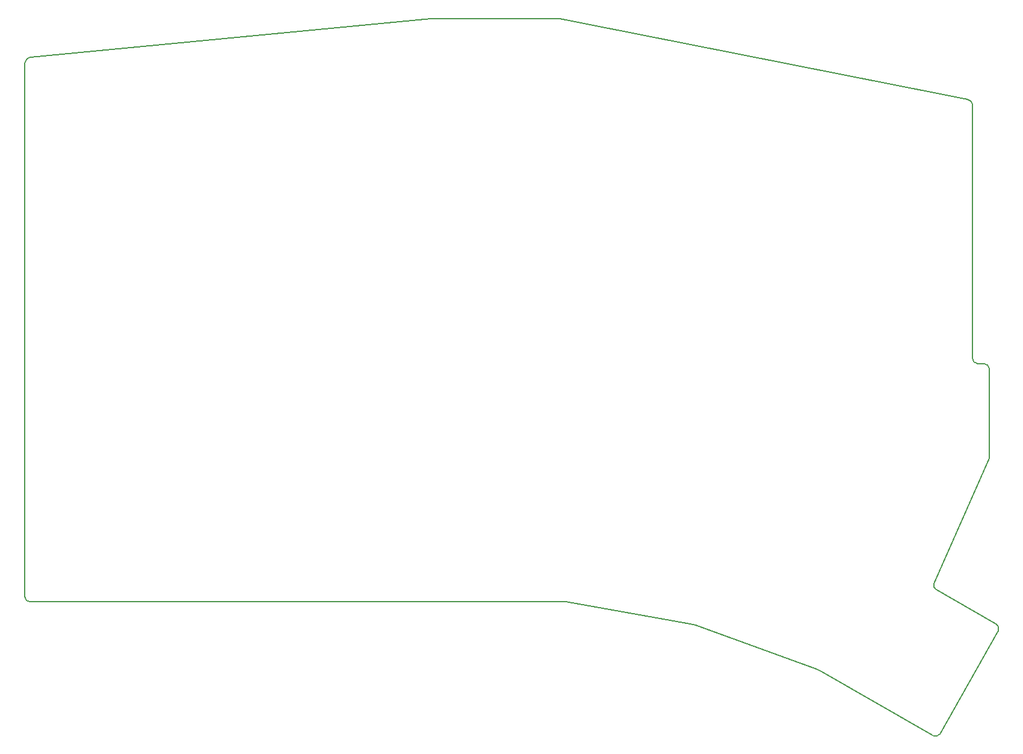
<source format=gbr>
G04 #@! TF.GenerationSoftware,KiCad,Pcbnew,8.0.0*
G04 #@! TF.CreationDate,2024-03-14T17:27:31+09:00*
G04 #@! TF.ProjectId,Pinky3,50696e6b-7933-42e6-9b69-6361645f7063,0.3*
G04 #@! TF.SameCoordinates,Original*
G04 #@! TF.FileFunction,Profile,NP*
%FSLAX46Y46*%
G04 Gerber Fmt 4.6, Leading zero omitted, Abs format (unit mm)*
G04 Created by KiCad (PCBNEW 8.0.0) date 2024-03-14 17:27:31*
%MOMM*%
%LPD*%
G01*
G04 APERTURE LIST*
G04 #@! TA.AperFunction,Profile*
%ADD10C,0.150000*%
G04 #@! TD*
G04 APERTURE END LIST*
D10*
X175900000Y-102800000D02*
G75*
G02*
X176700000Y-103600000I0J-800000D01*
G01*
X175013952Y-102795513D02*
G75*
G02*
X174313987Y-102095513I48J700013D01*
G01*
X176700000Y-103600000D02*
X176700000Y-116100000D01*
X41000000Y-135600000D02*
X41000000Y-60500000D01*
X134600000Y-139400000D02*
X135400000Y-139600000D01*
X174332005Y-66387365D02*
X174313952Y-102095513D01*
X135400000Y-139600000D02*
X152400000Y-145800000D01*
X116100000Y-136300000D02*
X117100000Y-136300000D01*
X116200000Y-54300000D02*
X173640321Y-65677205D01*
X168900000Y-133700000D02*
X176700000Y-116100000D01*
X175013952Y-102795513D02*
X175900000Y-102800000D01*
X177900000Y-140500000D02*
X169700000Y-154900000D01*
X169200000Y-134600000D02*
G75*
G02*
X168900000Y-133700000I300000J600000D01*
G01*
X153100000Y-146100000D02*
X168700000Y-155100000D01*
X169200000Y-134600000D02*
X177600000Y-139400000D01*
X41700000Y-136300000D02*
G75*
G02*
X41000000Y-135600000I0J700000D01*
G01*
X98100000Y-54300000D02*
X116200000Y-54300000D01*
X116100000Y-136300000D02*
X41700000Y-136300000D01*
X169700000Y-154900000D02*
G75*
G02*
X168700000Y-155100000I-600000J400000D01*
G01*
X41800000Y-59700000D02*
X98100000Y-54300000D01*
X152400000Y-145800000D02*
X153100000Y-146100000D01*
X117100000Y-136300000D02*
X134600000Y-139400000D01*
X173632704Y-65687454D02*
G75*
G02*
X174332030Y-66387362I-100704J-799946D01*
G01*
X177600000Y-139400001D02*
G75*
G02*
X177899999Y-140500000I-400000J-699999D01*
G01*
X40994153Y-60531857D02*
G75*
G02*
X41800000Y-59700000I1005847J-168143D01*
G01*
M02*

</source>
